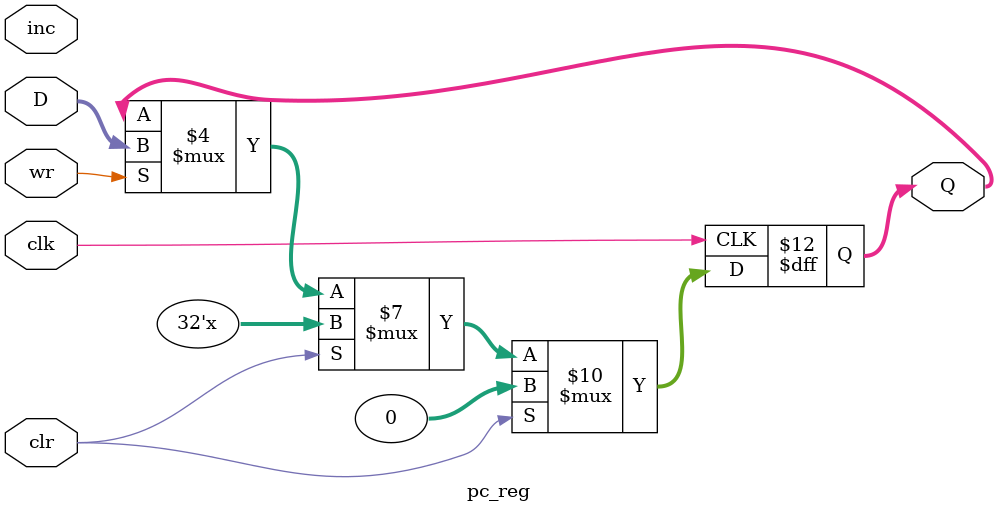
<source format=v>
module pc_reg #(parameter VAL = 0
)(
	output reg [31:0] Q,
	input [31:0] D,
	input wr, inc, clr, clk
);
	initial Q = VAL;
	
	always @(posedge clk) 
	begin
		if(clr)
			Q = 0;
		else if(wr)
			Q = D;
	end
endmodule

</source>
